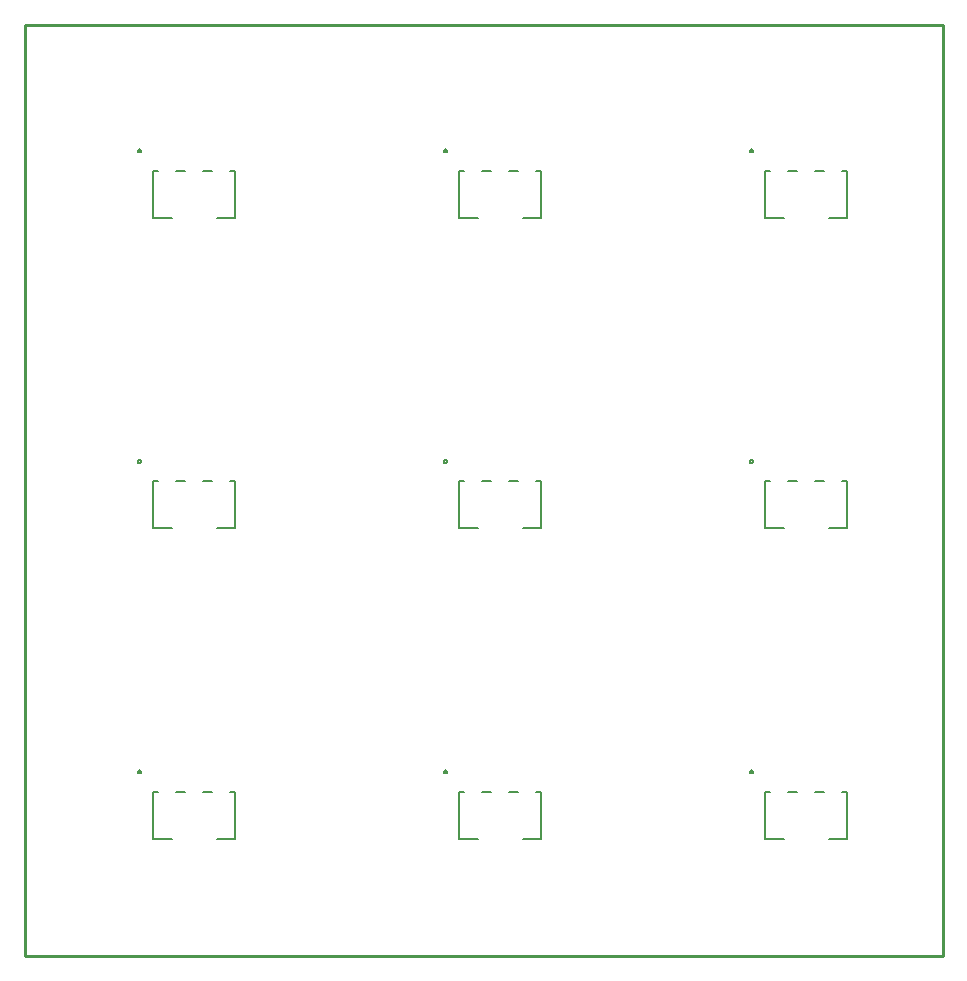
<source format=gbo>
G75*
%MOIN*%
%OFA0B0*%
%FSLAX25Y25*%
%IPPOS*%
%LPD*%
%AMOC8*
5,1,8,0,0,1.08239X$1,22.5*
%
%ADD10C,0.01000*%
%ADD11C,0.00600*%
D10*
X0021185Y0021185D02*
X0021185Y0331685D01*
X0327185Y0331685D01*
X0327185Y0021185D01*
X0021185Y0021185D01*
D11*
X0063985Y0060385D02*
X0070185Y0060385D01*
X0063985Y0060385D02*
X0063985Y0075985D01*
X0065585Y0075985D01*
X0059985Y0082585D02*
X0059983Y0082541D01*
X0059977Y0082498D01*
X0059968Y0082456D01*
X0059955Y0082414D01*
X0059938Y0082374D01*
X0059918Y0082335D01*
X0059895Y0082298D01*
X0059868Y0082264D01*
X0059839Y0082231D01*
X0059806Y0082202D01*
X0059772Y0082175D01*
X0059735Y0082152D01*
X0059696Y0082132D01*
X0059656Y0082115D01*
X0059614Y0082102D01*
X0059572Y0082093D01*
X0059529Y0082087D01*
X0059485Y0082085D01*
X0059441Y0082087D01*
X0059398Y0082093D01*
X0059356Y0082102D01*
X0059314Y0082115D01*
X0059274Y0082132D01*
X0059235Y0082152D01*
X0059198Y0082175D01*
X0059164Y0082202D01*
X0059131Y0082231D01*
X0059102Y0082264D01*
X0059075Y0082298D01*
X0059052Y0082335D01*
X0059032Y0082374D01*
X0059015Y0082414D01*
X0059002Y0082456D01*
X0058993Y0082498D01*
X0058987Y0082541D01*
X0058985Y0082585D01*
X0058987Y0082629D01*
X0058993Y0082672D01*
X0059002Y0082714D01*
X0059015Y0082756D01*
X0059032Y0082796D01*
X0059052Y0082835D01*
X0059075Y0082872D01*
X0059102Y0082906D01*
X0059131Y0082939D01*
X0059164Y0082968D01*
X0059198Y0082995D01*
X0059235Y0083018D01*
X0059274Y0083038D01*
X0059314Y0083055D01*
X0059356Y0083068D01*
X0059398Y0083077D01*
X0059441Y0083083D01*
X0059485Y0083085D01*
X0059529Y0083083D01*
X0059572Y0083077D01*
X0059614Y0083068D01*
X0059656Y0083055D01*
X0059696Y0083038D01*
X0059735Y0083018D01*
X0059772Y0082995D01*
X0059806Y0082968D01*
X0059839Y0082939D01*
X0059868Y0082906D01*
X0059895Y0082872D01*
X0059918Y0082835D01*
X0059938Y0082796D01*
X0059955Y0082756D01*
X0059968Y0082714D01*
X0059977Y0082672D01*
X0059983Y0082629D01*
X0059985Y0082585D01*
X0071585Y0075985D02*
X0074685Y0075985D01*
X0080685Y0075985D02*
X0083785Y0075985D01*
X0089785Y0075985D02*
X0091385Y0075985D01*
X0091385Y0060385D01*
X0085185Y0060385D01*
X0160985Y0082585D02*
X0160987Y0082541D01*
X0160993Y0082498D01*
X0161002Y0082456D01*
X0161015Y0082414D01*
X0161032Y0082374D01*
X0161052Y0082335D01*
X0161075Y0082298D01*
X0161102Y0082264D01*
X0161131Y0082231D01*
X0161164Y0082202D01*
X0161198Y0082175D01*
X0161235Y0082152D01*
X0161274Y0082132D01*
X0161314Y0082115D01*
X0161356Y0082102D01*
X0161398Y0082093D01*
X0161441Y0082087D01*
X0161485Y0082085D01*
X0161529Y0082087D01*
X0161572Y0082093D01*
X0161614Y0082102D01*
X0161656Y0082115D01*
X0161696Y0082132D01*
X0161735Y0082152D01*
X0161772Y0082175D01*
X0161806Y0082202D01*
X0161839Y0082231D01*
X0161868Y0082264D01*
X0161895Y0082298D01*
X0161918Y0082335D01*
X0161938Y0082374D01*
X0161955Y0082414D01*
X0161968Y0082456D01*
X0161977Y0082498D01*
X0161983Y0082541D01*
X0161985Y0082585D01*
X0161983Y0082629D01*
X0161977Y0082672D01*
X0161968Y0082714D01*
X0161955Y0082756D01*
X0161938Y0082796D01*
X0161918Y0082835D01*
X0161895Y0082872D01*
X0161868Y0082906D01*
X0161839Y0082939D01*
X0161806Y0082968D01*
X0161772Y0082995D01*
X0161735Y0083018D01*
X0161696Y0083038D01*
X0161656Y0083055D01*
X0161614Y0083068D01*
X0161572Y0083077D01*
X0161529Y0083083D01*
X0161485Y0083085D01*
X0161441Y0083083D01*
X0161398Y0083077D01*
X0161356Y0083068D01*
X0161314Y0083055D01*
X0161274Y0083038D01*
X0161235Y0083018D01*
X0161198Y0082995D01*
X0161164Y0082968D01*
X0161131Y0082939D01*
X0161102Y0082906D01*
X0161075Y0082872D01*
X0161052Y0082835D01*
X0161032Y0082796D01*
X0161015Y0082756D01*
X0161002Y0082714D01*
X0160993Y0082672D01*
X0160987Y0082629D01*
X0160985Y0082585D01*
X0165985Y0075985D02*
X0165985Y0060385D01*
X0172185Y0060385D01*
X0187185Y0060385D02*
X0193385Y0060385D01*
X0193385Y0075985D01*
X0191785Y0075985D01*
X0185785Y0075985D02*
X0182685Y0075985D01*
X0176685Y0075985D02*
X0173585Y0075985D01*
X0167585Y0075985D02*
X0165985Y0075985D01*
X0165985Y0163885D02*
X0172185Y0163885D01*
X0165985Y0163885D02*
X0165985Y0179485D01*
X0167585Y0179485D01*
X0173585Y0179485D02*
X0176685Y0179485D01*
X0182685Y0179485D02*
X0185785Y0179485D01*
X0191785Y0179485D02*
X0193385Y0179485D01*
X0193385Y0163885D01*
X0187185Y0163885D01*
X0161985Y0186085D02*
X0161983Y0186041D01*
X0161977Y0185998D01*
X0161968Y0185956D01*
X0161955Y0185914D01*
X0161938Y0185874D01*
X0161918Y0185835D01*
X0161895Y0185798D01*
X0161868Y0185764D01*
X0161839Y0185731D01*
X0161806Y0185702D01*
X0161772Y0185675D01*
X0161735Y0185652D01*
X0161696Y0185632D01*
X0161656Y0185615D01*
X0161614Y0185602D01*
X0161572Y0185593D01*
X0161529Y0185587D01*
X0161485Y0185585D01*
X0161441Y0185587D01*
X0161398Y0185593D01*
X0161356Y0185602D01*
X0161314Y0185615D01*
X0161274Y0185632D01*
X0161235Y0185652D01*
X0161198Y0185675D01*
X0161164Y0185702D01*
X0161131Y0185731D01*
X0161102Y0185764D01*
X0161075Y0185798D01*
X0161052Y0185835D01*
X0161032Y0185874D01*
X0161015Y0185914D01*
X0161002Y0185956D01*
X0160993Y0185998D01*
X0160987Y0186041D01*
X0160985Y0186085D01*
X0160987Y0186129D01*
X0160993Y0186172D01*
X0161002Y0186214D01*
X0161015Y0186256D01*
X0161032Y0186296D01*
X0161052Y0186335D01*
X0161075Y0186372D01*
X0161102Y0186406D01*
X0161131Y0186439D01*
X0161164Y0186468D01*
X0161198Y0186495D01*
X0161235Y0186518D01*
X0161274Y0186538D01*
X0161314Y0186555D01*
X0161356Y0186568D01*
X0161398Y0186577D01*
X0161441Y0186583D01*
X0161485Y0186585D01*
X0161529Y0186583D01*
X0161572Y0186577D01*
X0161614Y0186568D01*
X0161656Y0186555D01*
X0161696Y0186538D01*
X0161735Y0186518D01*
X0161772Y0186495D01*
X0161806Y0186468D01*
X0161839Y0186439D01*
X0161868Y0186406D01*
X0161895Y0186372D01*
X0161918Y0186335D01*
X0161938Y0186296D01*
X0161955Y0186256D01*
X0161968Y0186214D01*
X0161977Y0186172D01*
X0161983Y0186129D01*
X0161985Y0186085D01*
X0091385Y0179485D02*
X0091385Y0163885D01*
X0085185Y0163885D01*
X0070185Y0163885D02*
X0063985Y0163885D01*
X0063985Y0179485D01*
X0065585Y0179485D01*
X0071585Y0179485D02*
X0074685Y0179485D01*
X0080685Y0179485D02*
X0083785Y0179485D01*
X0089785Y0179485D02*
X0091385Y0179485D01*
X0059985Y0186085D02*
X0059983Y0186041D01*
X0059977Y0185998D01*
X0059968Y0185956D01*
X0059955Y0185914D01*
X0059938Y0185874D01*
X0059918Y0185835D01*
X0059895Y0185798D01*
X0059868Y0185764D01*
X0059839Y0185731D01*
X0059806Y0185702D01*
X0059772Y0185675D01*
X0059735Y0185652D01*
X0059696Y0185632D01*
X0059656Y0185615D01*
X0059614Y0185602D01*
X0059572Y0185593D01*
X0059529Y0185587D01*
X0059485Y0185585D01*
X0059441Y0185587D01*
X0059398Y0185593D01*
X0059356Y0185602D01*
X0059314Y0185615D01*
X0059274Y0185632D01*
X0059235Y0185652D01*
X0059198Y0185675D01*
X0059164Y0185702D01*
X0059131Y0185731D01*
X0059102Y0185764D01*
X0059075Y0185798D01*
X0059052Y0185835D01*
X0059032Y0185874D01*
X0059015Y0185914D01*
X0059002Y0185956D01*
X0058993Y0185998D01*
X0058987Y0186041D01*
X0058985Y0186085D01*
X0058987Y0186129D01*
X0058993Y0186172D01*
X0059002Y0186214D01*
X0059015Y0186256D01*
X0059032Y0186296D01*
X0059052Y0186335D01*
X0059075Y0186372D01*
X0059102Y0186406D01*
X0059131Y0186439D01*
X0059164Y0186468D01*
X0059198Y0186495D01*
X0059235Y0186518D01*
X0059274Y0186538D01*
X0059314Y0186555D01*
X0059356Y0186568D01*
X0059398Y0186577D01*
X0059441Y0186583D01*
X0059485Y0186585D01*
X0059529Y0186583D01*
X0059572Y0186577D01*
X0059614Y0186568D01*
X0059656Y0186555D01*
X0059696Y0186538D01*
X0059735Y0186518D01*
X0059772Y0186495D01*
X0059806Y0186468D01*
X0059839Y0186439D01*
X0059868Y0186406D01*
X0059895Y0186372D01*
X0059918Y0186335D01*
X0059938Y0186296D01*
X0059955Y0186256D01*
X0059968Y0186214D01*
X0059977Y0186172D01*
X0059983Y0186129D01*
X0059985Y0186085D01*
X0063985Y0267385D02*
X0070185Y0267385D01*
X0063985Y0267385D02*
X0063985Y0282985D01*
X0065585Y0282985D01*
X0071585Y0282985D02*
X0074685Y0282985D01*
X0080685Y0282985D02*
X0083785Y0282985D01*
X0089785Y0282985D02*
X0091385Y0282985D01*
X0091385Y0267385D01*
X0085185Y0267385D01*
X0059985Y0289585D02*
X0059983Y0289541D01*
X0059977Y0289498D01*
X0059968Y0289456D01*
X0059955Y0289414D01*
X0059938Y0289374D01*
X0059918Y0289335D01*
X0059895Y0289298D01*
X0059868Y0289264D01*
X0059839Y0289231D01*
X0059806Y0289202D01*
X0059772Y0289175D01*
X0059735Y0289152D01*
X0059696Y0289132D01*
X0059656Y0289115D01*
X0059614Y0289102D01*
X0059572Y0289093D01*
X0059529Y0289087D01*
X0059485Y0289085D01*
X0059441Y0289087D01*
X0059398Y0289093D01*
X0059356Y0289102D01*
X0059314Y0289115D01*
X0059274Y0289132D01*
X0059235Y0289152D01*
X0059198Y0289175D01*
X0059164Y0289202D01*
X0059131Y0289231D01*
X0059102Y0289264D01*
X0059075Y0289298D01*
X0059052Y0289335D01*
X0059032Y0289374D01*
X0059015Y0289414D01*
X0059002Y0289456D01*
X0058993Y0289498D01*
X0058987Y0289541D01*
X0058985Y0289585D01*
X0058987Y0289629D01*
X0058993Y0289672D01*
X0059002Y0289714D01*
X0059015Y0289756D01*
X0059032Y0289796D01*
X0059052Y0289835D01*
X0059075Y0289872D01*
X0059102Y0289906D01*
X0059131Y0289939D01*
X0059164Y0289968D01*
X0059198Y0289995D01*
X0059235Y0290018D01*
X0059274Y0290038D01*
X0059314Y0290055D01*
X0059356Y0290068D01*
X0059398Y0290077D01*
X0059441Y0290083D01*
X0059485Y0290085D01*
X0059529Y0290083D01*
X0059572Y0290077D01*
X0059614Y0290068D01*
X0059656Y0290055D01*
X0059696Y0290038D01*
X0059735Y0290018D01*
X0059772Y0289995D01*
X0059806Y0289968D01*
X0059839Y0289939D01*
X0059868Y0289906D01*
X0059895Y0289872D01*
X0059918Y0289835D01*
X0059938Y0289796D01*
X0059955Y0289756D01*
X0059968Y0289714D01*
X0059977Y0289672D01*
X0059983Y0289629D01*
X0059985Y0289585D01*
X0160985Y0289585D02*
X0160987Y0289541D01*
X0160993Y0289498D01*
X0161002Y0289456D01*
X0161015Y0289414D01*
X0161032Y0289374D01*
X0161052Y0289335D01*
X0161075Y0289298D01*
X0161102Y0289264D01*
X0161131Y0289231D01*
X0161164Y0289202D01*
X0161198Y0289175D01*
X0161235Y0289152D01*
X0161274Y0289132D01*
X0161314Y0289115D01*
X0161356Y0289102D01*
X0161398Y0289093D01*
X0161441Y0289087D01*
X0161485Y0289085D01*
X0161529Y0289087D01*
X0161572Y0289093D01*
X0161614Y0289102D01*
X0161656Y0289115D01*
X0161696Y0289132D01*
X0161735Y0289152D01*
X0161772Y0289175D01*
X0161806Y0289202D01*
X0161839Y0289231D01*
X0161868Y0289264D01*
X0161895Y0289298D01*
X0161918Y0289335D01*
X0161938Y0289374D01*
X0161955Y0289414D01*
X0161968Y0289456D01*
X0161977Y0289498D01*
X0161983Y0289541D01*
X0161985Y0289585D01*
X0161983Y0289629D01*
X0161977Y0289672D01*
X0161968Y0289714D01*
X0161955Y0289756D01*
X0161938Y0289796D01*
X0161918Y0289835D01*
X0161895Y0289872D01*
X0161868Y0289906D01*
X0161839Y0289939D01*
X0161806Y0289968D01*
X0161772Y0289995D01*
X0161735Y0290018D01*
X0161696Y0290038D01*
X0161656Y0290055D01*
X0161614Y0290068D01*
X0161572Y0290077D01*
X0161529Y0290083D01*
X0161485Y0290085D01*
X0161441Y0290083D01*
X0161398Y0290077D01*
X0161356Y0290068D01*
X0161314Y0290055D01*
X0161274Y0290038D01*
X0161235Y0290018D01*
X0161198Y0289995D01*
X0161164Y0289968D01*
X0161131Y0289939D01*
X0161102Y0289906D01*
X0161075Y0289872D01*
X0161052Y0289835D01*
X0161032Y0289796D01*
X0161015Y0289756D01*
X0161002Y0289714D01*
X0160993Y0289672D01*
X0160987Y0289629D01*
X0160985Y0289585D01*
X0165985Y0282985D02*
X0165985Y0267385D01*
X0172185Y0267385D01*
X0187185Y0267385D02*
X0193385Y0267385D01*
X0193385Y0282985D01*
X0191785Y0282985D01*
X0185785Y0282985D02*
X0182685Y0282985D01*
X0176685Y0282985D02*
X0173585Y0282985D01*
X0167585Y0282985D02*
X0165985Y0282985D01*
X0262985Y0289585D02*
X0262987Y0289541D01*
X0262993Y0289498D01*
X0263002Y0289456D01*
X0263015Y0289414D01*
X0263032Y0289374D01*
X0263052Y0289335D01*
X0263075Y0289298D01*
X0263102Y0289264D01*
X0263131Y0289231D01*
X0263164Y0289202D01*
X0263198Y0289175D01*
X0263235Y0289152D01*
X0263274Y0289132D01*
X0263314Y0289115D01*
X0263356Y0289102D01*
X0263398Y0289093D01*
X0263441Y0289087D01*
X0263485Y0289085D01*
X0263529Y0289087D01*
X0263572Y0289093D01*
X0263614Y0289102D01*
X0263656Y0289115D01*
X0263696Y0289132D01*
X0263735Y0289152D01*
X0263772Y0289175D01*
X0263806Y0289202D01*
X0263839Y0289231D01*
X0263868Y0289264D01*
X0263895Y0289298D01*
X0263918Y0289335D01*
X0263938Y0289374D01*
X0263955Y0289414D01*
X0263968Y0289456D01*
X0263977Y0289498D01*
X0263983Y0289541D01*
X0263985Y0289585D01*
X0263983Y0289629D01*
X0263977Y0289672D01*
X0263968Y0289714D01*
X0263955Y0289756D01*
X0263938Y0289796D01*
X0263918Y0289835D01*
X0263895Y0289872D01*
X0263868Y0289906D01*
X0263839Y0289939D01*
X0263806Y0289968D01*
X0263772Y0289995D01*
X0263735Y0290018D01*
X0263696Y0290038D01*
X0263656Y0290055D01*
X0263614Y0290068D01*
X0263572Y0290077D01*
X0263529Y0290083D01*
X0263485Y0290085D01*
X0263441Y0290083D01*
X0263398Y0290077D01*
X0263356Y0290068D01*
X0263314Y0290055D01*
X0263274Y0290038D01*
X0263235Y0290018D01*
X0263198Y0289995D01*
X0263164Y0289968D01*
X0263131Y0289939D01*
X0263102Y0289906D01*
X0263075Y0289872D01*
X0263052Y0289835D01*
X0263032Y0289796D01*
X0263015Y0289756D01*
X0263002Y0289714D01*
X0262993Y0289672D01*
X0262987Y0289629D01*
X0262985Y0289585D01*
X0267985Y0282985D02*
X0267985Y0267385D01*
X0274185Y0267385D01*
X0289185Y0267385D02*
X0295385Y0267385D01*
X0295385Y0282985D01*
X0293785Y0282985D01*
X0287785Y0282985D02*
X0284685Y0282985D01*
X0278685Y0282985D02*
X0275585Y0282985D01*
X0269585Y0282985D02*
X0267985Y0282985D01*
X0263985Y0186085D02*
X0263983Y0186041D01*
X0263977Y0185998D01*
X0263968Y0185956D01*
X0263955Y0185914D01*
X0263938Y0185874D01*
X0263918Y0185835D01*
X0263895Y0185798D01*
X0263868Y0185764D01*
X0263839Y0185731D01*
X0263806Y0185702D01*
X0263772Y0185675D01*
X0263735Y0185652D01*
X0263696Y0185632D01*
X0263656Y0185615D01*
X0263614Y0185602D01*
X0263572Y0185593D01*
X0263529Y0185587D01*
X0263485Y0185585D01*
X0263441Y0185587D01*
X0263398Y0185593D01*
X0263356Y0185602D01*
X0263314Y0185615D01*
X0263274Y0185632D01*
X0263235Y0185652D01*
X0263198Y0185675D01*
X0263164Y0185702D01*
X0263131Y0185731D01*
X0263102Y0185764D01*
X0263075Y0185798D01*
X0263052Y0185835D01*
X0263032Y0185874D01*
X0263015Y0185914D01*
X0263002Y0185956D01*
X0262993Y0185998D01*
X0262987Y0186041D01*
X0262985Y0186085D01*
X0262987Y0186129D01*
X0262993Y0186172D01*
X0263002Y0186214D01*
X0263015Y0186256D01*
X0263032Y0186296D01*
X0263052Y0186335D01*
X0263075Y0186372D01*
X0263102Y0186406D01*
X0263131Y0186439D01*
X0263164Y0186468D01*
X0263198Y0186495D01*
X0263235Y0186518D01*
X0263274Y0186538D01*
X0263314Y0186555D01*
X0263356Y0186568D01*
X0263398Y0186577D01*
X0263441Y0186583D01*
X0263485Y0186585D01*
X0263529Y0186583D01*
X0263572Y0186577D01*
X0263614Y0186568D01*
X0263656Y0186555D01*
X0263696Y0186538D01*
X0263735Y0186518D01*
X0263772Y0186495D01*
X0263806Y0186468D01*
X0263839Y0186439D01*
X0263868Y0186406D01*
X0263895Y0186372D01*
X0263918Y0186335D01*
X0263938Y0186296D01*
X0263955Y0186256D01*
X0263968Y0186214D01*
X0263977Y0186172D01*
X0263983Y0186129D01*
X0263985Y0186085D01*
X0267985Y0179485D02*
X0267985Y0163885D01*
X0274185Y0163885D01*
X0275585Y0179485D02*
X0278685Y0179485D01*
X0284685Y0179485D02*
X0287785Y0179485D01*
X0293785Y0179485D02*
X0295385Y0179485D01*
X0295385Y0163885D01*
X0289185Y0163885D01*
X0269585Y0179485D02*
X0267985Y0179485D01*
X0263985Y0082585D02*
X0263983Y0082541D01*
X0263977Y0082498D01*
X0263968Y0082456D01*
X0263955Y0082414D01*
X0263938Y0082374D01*
X0263918Y0082335D01*
X0263895Y0082298D01*
X0263868Y0082264D01*
X0263839Y0082231D01*
X0263806Y0082202D01*
X0263772Y0082175D01*
X0263735Y0082152D01*
X0263696Y0082132D01*
X0263656Y0082115D01*
X0263614Y0082102D01*
X0263572Y0082093D01*
X0263529Y0082087D01*
X0263485Y0082085D01*
X0263441Y0082087D01*
X0263398Y0082093D01*
X0263356Y0082102D01*
X0263314Y0082115D01*
X0263274Y0082132D01*
X0263235Y0082152D01*
X0263198Y0082175D01*
X0263164Y0082202D01*
X0263131Y0082231D01*
X0263102Y0082264D01*
X0263075Y0082298D01*
X0263052Y0082335D01*
X0263032Y0082374D01*
X0263015Y0082414D01*
X0263002Y0082456D01*
X0262993Y0082498D01*
X0262987Y0082541D01*
X0262985Y0082585D01*
X0262987Y0082629D01*
X0262993Y0082672D01*
X0263002Y0082714D01*
X0263015Y0082756D01*
X0263032Y0082796D01*
X0263052Y0082835D01*
X0263075Y0082872D01*
X0263102Y0082906D01*
X0263131Y0082939D01*
X0263164Y0082968D01*
X0263198Y0082995D01*
X0263235Y0083018D01*
X0263274Y0083038D01*
X0263314Y0083055D01*
X0263356Y0083068D01*
X0263398Y0083077D01*
X0263441Y0083083D01*
X0263485Y0083085D01*
X0263529Y0083083D01*
X0263572Y0083077D01*
X0263614Y0083068D01*
X0263656Y0083055D01*
X0263696Y0083038D01*
X0263735Y0083018D01*
X0263772Y0082995D01*
X0263806Y0082968D01*
X0263839Y0082939D01*
X0263868Y0082906D01*
X0263895Y0082872D01*
X0263918Y0082835D01*
X0263938Y0082796D01*
X0263955Y0082756D01*
X0263968Y0082714D01*
X0263977Y0082672D01*
X0263983Y0082629D01*
X0263985Y0082585D01*
X0267985Y0075985D02*
X0267985Y0060385D01*
X0274185Y0060385D01*
X0289185Y0060385D02*
X0295385Y0060385D01*
X0295385Y0075985D01*
X0293785Y0075985D01*
X0287785Y0075985D02*
X0284685Y0075985D01*
X0278685Y0075985D02*
X0275585Y0075985D01*
X0269585Y0075985D02*
X0267985Y0075985D01*
M02*

</source>
